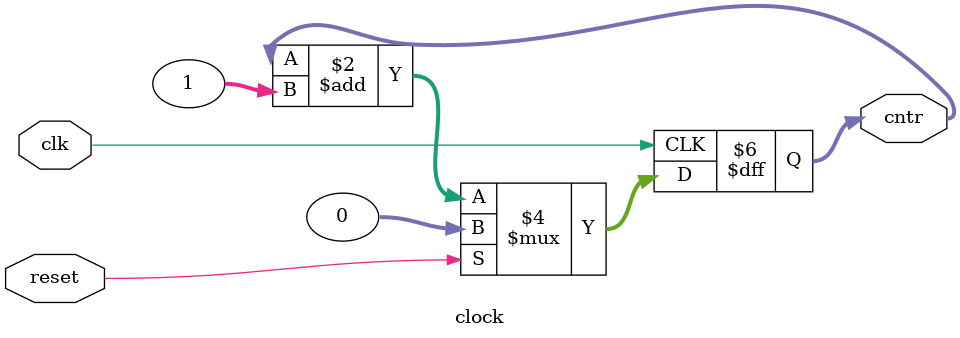
<source format=v>
`timescale 1ns / 1ps


module clock(input clk,reset,output reg [31:0]cntr);
always@(posedge clk)
begin
    if(reset)
        cntr <= 0;
    else
        cntr <= cntr + 1;
end
endmodule

</source>
